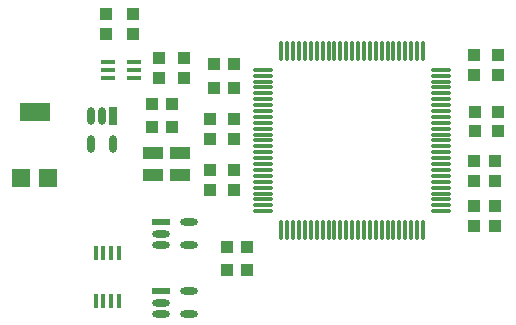
<source format=gtp>
%FSTAX23Y23*%
%MOIN*%
%SFA1B1*%

%IPPOS*%
%ADD10R,0.039370X0.043307*%
%ADD11R,0.043307X0.039370*%
%ADD12R,0.066929X0.043307*%
%ADD13R,0.045275X0.017717*%
%ADD14R,0.059055X0.059055*%
%ADD15R,0.100039X0.059055*%
%ADD16R,0.013780X0.047244*%
%ADD17R,0.027559X0.059055*%
%ADD18O,0.027559X0.059055*%
%ADD19O,0.011811X0.070866*%
%ADD20O,0.070866X0.011811*%
%ADD21R,0.059055X0.023622*%
%ADD22O,0.059055X0.023622*%
%LNfpga_radio-1*%
%LPD*%
G54D10*
X01765Y024D03*
Y02333D03*
X0168Y024D03*
Y02333D03*
X028Y02055D03*
Y01988D03*
X0273Y02055D03*
Y01988D03*
X0281Y0241D03*
Y02343D03*
X0273Y0241D03*
Y02343D03*
X0281Y02155D03*
Y02221D03*
X02735Y02155D03*
Y02221D03*
X0193Y02195D03*
Y02128D03*
X0185Y02195D03*
Y02128D03*
X028Y0184D03*
Y01906D03*
X0273Y0184D03*
Y01906D03*
X01595Y0248D03*
Y02546D03*
X01505Y0248D03*
Y02546D03*
X0193Y0196D03*
Y02026D03*
X0185Y0196D03*
Y02026D03*
G54D11*
X01908Y01693D03*
X01975D03*
X01908Y01768D03*
X01975D03*
X0193Y02378D03*
X01863D03*
Y02301D03*
X0193D03*
X01725Y02245D03*
X01658D03*
X01725Y0217D03*
X01658D03*
G54D12*
X0166Y0201D03*
X0175D03*
X0166Y02084D03*
X0175D03*
G54D13*
X01597Y02385D03*
Y0236D03*
Y02334D03*
X01512D03*
Y0236D03*
Y02385D03*
G54D14*
X01312Y02001D03*
X01221D03*
G54D15*
X01266Y02218D03*
G54D16*
X01469Y0159D03*
X01495D03*
X0152D03*
X01546D03*
X01469Y01748D03*
X01495D03*
X0152D03*
X01546D03*
G54D17*
X01528Y02207D03*
G54D18*
X01491Y02207D03*
X01453D03*
X01528Y02113D03*
X01453D03*
G54D19*
X02088Y02422D03*
X02108D03*
X02128D03*
X02147D03*
X02167D03*
X02187D03*
X02206D03*
X02226D03*
X02246D03*
X02265D03*
X02285D03*
X02305D03*
X02325D03*
X02344D03*
X02364D03*
X02384D03*
X02403D03*
X02423D03*
X02443D03*
X02462D03*
X02482D03*
X02502D03*
X02521D03*
X02541D03*
X02561D03*
Y01827D03*
X02541D03*
X02521D03*
X02502D03*
X02482D03*
X02462D03*
X02443D03*
X02423D03*
X02403D03*
X02384D03*
X02364D03*
X02344D03*
X02325D03*
X02305D03*
X02285D03*
X02265D03*
X02246D03*
X02226D03*
X02206D03*
X02187D03*
X02167D03*
X02147D03*
X02128D03*
X02108D03*
X02088D03*
G54D20*
X02622Y02361D03*
Y02341D03*
Y02321D03*
Y02302D03*
Y02282D03*
Y02262D03*
Y02243D03*
Y02223D03*
Y02203D03*
Y02184D03*
Y02164D03*
Y02144D03*
Y02125D03*
Y02105D03*
Y02085D03*
Y02065D03*
Y02046D03*
Y02026D03*
Y02006D03*
Y01987D03*
Y01967D03*
Y01947D03*
Y01928D03*
Y01908D03*
Y01888D03*
X02027D03*
Y01908D03*
Y01928D03*
Y01947D03*
Y01967D03*
Y01987D03*
Y02006D03*
Y02026D03*
Y02046D03*
Y02065D03*
Y02085D03*
Y02105D03*
Y02125D03*
Y02144D03*
Y02164D03*
Y02184D03*
Y02203D03*
Y02223D03*
Y02243D03*
Y02262D03*
Y02282D03*
Y02302D03*
Y02321D03*
Y02341D03*
Y02361D03*
G54D21*
X01686Y01852D03*
X01687Y01622D03*
G54D22*
X01686Y01814D03*
Y01777D03*
X0178Y01852D03*
Y01777D03*
X01687Y01584D03*
Y01547D03*
X01781Y01622D03*
Y01547D03*
M02*
</source>
